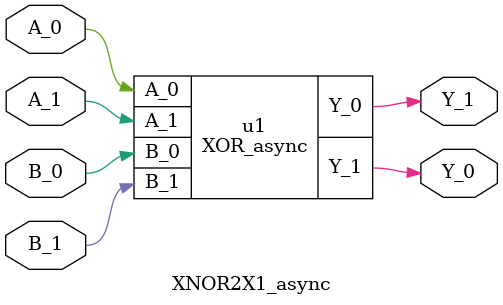
<source format=v>

module AND_async (A_0, A_1, B_0, B_1, Y_0, Y_1);
    input  A_0, A_1, B_0, B_1;
    output Y_0, Y_1;
    wire y0, y1, c_a, c_b, C;

    or  u1 (y0, A_0, B_0);
    and u2 (y1, A_1, B_1);
    or  u3 (c_a, A_0, A_1);
    or  u4 (c_b, B_0, B_1);
    and u5 (C, c_a, c_b);
    and u6 (Y_1, y1, C);
    and u7 (Y_0, y0, C);
endmodule

module NAND_async (A_0, A_1, B_0, B_1, Y_0, Y_1);
    input  A_0, A_1, B_0, B_1;
    output Y_0, Y_1;
    wire y0, y1, c_a, c_b, C;

    or  u1 (y0, A_0, B_0);
    and u2 (y1, A_1, B_1);
    or  u3 (c_a, A_0, A_1);
    or  u4 (c_b, B_0, B_1);
    and u5 (C, c_a, c_b);
    and u6 (Y_1, y0, C);
    and u7 (Y_0, y1, C);
endmodule

module ANDB_async (AN_0, AN_1, B_0, B_1, Y_0, Y_1);
    input  AN_0, AN_1, B_0, B_1;
    output Y_0, Y_1;
    wire y0, y1, c_a, c_b, C;

    or  u1 (y0, AN_1, B_0);
    and u2 (y1, AN_0, B_1);
    or  u3 (c_a, AN_0, AN_1);
    or  u4 (c_b, B_0, B_1);
    and u5 (C, c_a, c_b);
    and u6 (Y_1, y1, C);
    and u7 (Y_0, y0, C);
endmodule

module NANDB_async (AN_0, AN_1, B_0, B_1, Y_0, Y_1);
    input  AN_0, AN_1, B_0, B_1;
    output Y_0, Y_1;
    wire y0, y1, c_a, c_b, C;

    or  u1 (y0, AN_1, B_0);
    and u2 (y1, AN_0, B_1);
    or  u3 (c_a, AN_0, AN_1);
    or  u4 (c_b, B_0, B_1);
    and u5 (C, c_a, c_b);
    and u6 (Y_1, y0, C);
    and u7 (Y_0, y1, C);
endmodule

module ANDBB_async (AN_0, AN_1, BN_0, BN_1, Y_0, Y_1);
    input  AN_0, AN_1, BN_0, BN_1;
    output Y_0, Y_1;
    wire y0, y1, c_a, c_b, C;

    or  u1 (y0, AN_1, BN_1);
    and u2 (y1, AN_0, BN_0);
    or  u3 (c_a, AN_0, AN_1);
    or  u4 (c_b, BN_0, BN_1);
    and u5 (C, c_a, c_b);
    and u6 (Y_1, y1, C);
    and u7 (Y_0, y0, C);
endmodule


module OR_async ( A_0, A_1, B_0, B_1, Y_0, Y_1);
    input   A_0;
    input   A_1;
    input   B_0;
    input   B_1;
    output  Y_0;
    output  Y_1;
    wire    onset;
    wire    offset; 
    wire    c_0;
    wire    c_1;
    wire    complete;


    //onset 
    or  or1 ( onset, A_1, B_1);    
    //offset
    and and1( offset, A_0, B_0 );
    //complete detection
    or  or2 ( c_0, A_0, A_1 );
    or  or3 ( c_1, B_0, B_1 );
    and and2( complete, c_0, c_1);
    //output
    and and3( Y_0, complete, offset );
    and and4( Y_1, complete, onset  );

    //  A  B  Y  
    //  0  0  0
    //  X  1  1
    //  1  x  1
endmodule

module ORB_async ( AN_0, AN_1, B_0, B_1, Y_0, Y_1);
    input   AN_0;
    input   AN_1;
    input   B_0;
    input   B_1;
    output  Y_0;
    output  Y_1;
    wire    onset;
    wire    offset; 
    wire    c_0;
    wire    c_1;
    wire    complete;


    //onset 
    or  or1 ( onset, AN_0, B_1);    
    //offset
    and and1( offset, AN_1, B_0 );
    //complete detection
    or  or2 ( c_0, AN_0, AN_1 );
    or  or3 ( c_1, B_0, B_1 );
    and and2( complete, c_0, c_1);
    //output
    and and3( Y_0, complete, offset );
    and and4( Y_1, complete, onset  );

    //  A  B  Y  
    //  0  0  0
    //  X  1  1
    //  1  x  1
endmodule

module ORBB_async ( AN_0, AN_1, BN_0, BN_1, Y_0, Y_1);
    input   AN_0;
    input   AN_1;
    input   BN_0;
    input   BN_1;
    output  Y_0;
    output  Y_1;
    wire    onset;
    wire    offset; 
    wire    c_0;
    wire    c_1;
    wire    complete;


    //onset 
    or  or1 ( onset, AN_0, BN_0);    
    //offset
    and and1( offset, AN_1, BN_1 );
    //complete detection
    or  or2 ( c_0, AN_0, AN_1 );
    or  or3 ( c_1, BN_0, BN_1 );
    and and2( complete, c_0, c_1);
    //output
    and and3( Y_0, complete, offset );
    and and4( Y_1, complete, onset  );

    //  A  B  Y  
    //  0  0  0
    //  X  1  1
    //  1  x  1
endmodule

module NOR_async ( A_0, A_1, B_0, B_1, Y_0, Y_1);
    input   A_0;
    input   A_1;
    input   B_0;
    input   B_1;
    output  Y_0;
    output  Y_1;
    wire    onset;
    wire    offset; 
    wire    c_0;
    wire    c_1;
    wire    complete;


    //onset 
    and and1( onset, A_0, B_0 );
    //offset
    or  or1 ( offset, A_1, B_1);   
    //complete detection
    or  or2 ( c_0, A_0, A_1 );
    or  or3 ( c_1, B_0, B_1 );
    and and2( complete, c_0, c_1);
    //output
    and and3( Y_0, complete, offset );
    and and4( Y_1, complete, onset  );

    //  A  B  Y  
    //  0  0  0
    //  X  1  1
    //  1  x  1
endmodule

module NORB_async ( AN_0, AN_1, B_0, B_1, Y_0, Y_1);
    input   AN_0;
    input   AN_1;
    input   B_0;
    input   B_1;
    output  Y_0;
    output  Y_1;
    wire    onset;
    wire    offset; 
    wire    c_0;
    wire    c_1;
    wire    complete;


    //onset 
    and and1( onset, AN_1, B_0 );
    //offset
    or  or1 ( offset, AN_0, B_1);   
    //complete detection
    or  or2 ( c_0, AN_0, AN_1 );
    or  or3 ( c_1, B_0, B_1 );
    and and2( complete, c_0, c_1);
    //output
    and and3( Y_0, complete, offset );
    and and4( Y_1, complete, onset  );

    //  A  B  Y  
    //  1  0  0
    //  X  1  1
    //  0  x  1
endmodule




module INV_async (A_0, A_1, Y_0, Y_1);
    input  A_0, A_1;
    output Y_0, Y_1;

    assign Y_0 = A_1;
    assign Y_1 = A_0;

    /*
    //onset 
    assign onset = A_0;
    //offset
    assign offset = A_1;
    //complete detection
    or complete1 ( complete, A_0, A_1);

    //output
    and and3( Y_0, complete, offset );
    and and4( Y_1, complete, onset  );
    */
    //  A  Y  
    //  0  1
    //  1  0

endmodule

module BUF_async (A_0, A_1, Y_0, Y_1);
    input  A_0, A_1;
    output Y_0, Y_1;

    wire    onset;
    wire    offset; 
    wire    c_0;
    wire    c_1;
    wire    complete;
    assign Y_0 = A_0;
    assign Y_1 = A_1;

/*
    //onset 
    assign onset = A_1;
    //offset
    assign offset = A_0;
    //complete detection
    or complete1 ( complete, A_0, A_1);

    //output
    and and3( Y_0, complete, offset );
    and and4( Y_1, complete, onset  );
*/
    //  A  Y  
    //  0  1
    //  1  0

endmodule

module XOR_async ( A_0, A_1, B_0, B_1, Y_0, Y_1);
    input   A_0;
    input   A_1;
    input   B_0;
    input   B_1;
    output  Y_0;
    output  Y_1;
/*
    assign Y_0 = ( A_0 == A_1 || B_0 == B_1 )? 1'b0 : ~(A_1 ^ B_1); 
    assign Y_1 = ( A_0 == A_1 || B_0 == B_1 )? 1'b0 : A_1 ^ B_1;
*/
    
	AND_async u1( A_0, A_1, B_1, B_0, S_0, S_1); 
    AND_async u2( A_1, A_0, B_0, B_1, T_0, T_1);
    OR_async  u3( S_0, S_1, T_0, T_1, Y_0, Y_1);
    
	
endmodule


module TBUF_async (A_0, A_1, S_0, S_1, Y_0, Y_1);
    input   A_0;
    input   A_1;
    input   S_0;
    input   S_1;
    output  Y_0;
    output  Y_1;

    reg     T_0, T_1;
    always@(*) begin
        if( S_0 != S_1 && S_1 ) begin
            T_0 = A_0;
            T_1 = A_1;
        end 
        else begin
            T_0 = 1'b0;
            T_1 = 1'b0;
        end

    end

    assign Y_0 = T_0;
    assign Y_1 = T_1;

endmodule 


////////////////////////////////////////////////////////////////////////////////

module ADDHXL_async (A_0, A_1, B_0, B_1, CO_0, CO_1, S_0, S_1);
    input  A_0, A_1, B_0, B_1;
    output CO_0, CO_1, S_0, S_1;

    AND_async u1( A_0, A_1, B_0, B_1, CO_0, CO_1 );
    XOR_async u2( A_0, A_1, B_0, B_1, S_0, S_1);


endmodule


module AND2X1_async (A_0, A_1, B_0, B_1, Y_0, Y_1);
    input A_0, A_1, B_0, B_1;
    output Y_0, Y_1;
    
    AND_async u1( A_0, A_1, B_0, B_1, Y_0, Y_1 );

endmodule

module AND2X2_async (A_0, A_1, B_0, B_1, Y_0, Y_1);
    input A_0, A_1, B_0, B_1;
    output Y_0, Y_1;
    
    AND_async u1( A_0, A_1, B_0, B_1, Y_0, Y_1 );

endmodule

module AND3X2_async (A_0, A_1, B_0, B_1, C_0, C_1, Y_0, Y_1);
    input A_0, A_1, B_0, B_1, C_0, C_1;
    output Y_0, Y_1;
    
    AND_async u1( A_0, A_1, B_0, B_1, S_0, S_1 );
    AND_async u2( S_0, S_1, C_0, C_1, Y_0, Y_1 );

endmodule

module AND3X1_async (A_0, A_1, B_0, B_1, C_0, C_1, Y_0, Y_1);
    input A_0, A_1, B_0, B_1, C_0, C_1;
    output Y_0, Y_1;
    
    AND_async u1( A_0, A_1, B_0, B_1, S_0, S_1 );
    AND_async u2( S_0, S_1, C_0, C_1, Y_0, Y_1 );

endmodule

module AND4X1_async (A_0, A_1, B_0, B_1, C_0, C_1, D_0, D_1, Y_0, Y_1);
    input A_0, A_1, B_0, B_1, C_0, C_1, D_0, D_1;
    output Y_0, Y_1;

    AND_async u1( A_0, A_1, B_0, B_1, S_0, S_1 );
    AND_async u2( C_0, C_1, D_0, D_1, T_0, T_1 );
    AND_async u3( S_0, S_1, T_0, T_1, Y_0, Y_1 );

endmodule

module AO21X1_async (A0_0, A0_1, A1_0, A1_1, B0_0, B0_1, Y_0, Y_1);
    input A0_0, A0_1, A1_0, A1_1, B0_0, B0_1;
    output Y_0, Y_1;

    AND_async u1( A0_0, A0_1, A1_0, A1_1, S_0, S_1 );
    OR_async  u2( S_0,  S_1,  B0_0, B0_1, Y_0, Y_1 );

endmodule

module AOI211X1_async (A0_0, A0_1, A1_0, A1_1, B0_0, B0_1, C0_0, C0_1, Y_0, Y_1);
    input A0_0, A0_1, A1_0, A1_1, B0_0, B0_1, C0_0, C0_1;
    output Y_0, Y_1;

    AND_async u1( A0_0, A0_1, A1_0, A1_1, S_0, S_1 );
    OR_async  u2( B0_0, B0_1, C0_0, C0_1, T_0, T_1 );
    OR_async  u3( S_0,  S_1,  T_0,  T_1,  Y_1, Y_0 );

endmodule

module AOI21X1_async (A0_0, A0_1, A1_0, A1_1, B0_0, B0_1, Y_0, Y_1);
    input A0_0, A0_1, A1_0, A1_1, B0_0, B0_1;
    output Y_0, Y_1;

    AND_async u1( A0_0, A0_1, A1_0, A1_1, S_0, S_1 );
    OR_async u2( S_0,  S_1,  B0_0, B0_1, Y_1, Y_0 );

endmodule

module AOI22X1_async (A0_0, A0_1, A1_0, A1_1, B0_0, B0_1, B1_0, B1_1, Y_0, Y_1);
    input A0_0, A0_1, A1_0, A1_1, B0_0, B0_1, B1_0, B1_1;
    output Y_0, Y_1;

    AND_async u1( A0_0, A0_1, A1_0, A1_1, S_0, S_1 );
    AND_async u2( B0_0, B0_1, B1_0, B1_1, T_0, T_1 );
    OR_async u3( S_0,  S_1,  T_0, T_1, Y_1, Y_0 );

endmodule

module AOI21XL_async (A0_0, A0_1, A1_0, A1_1, B0_0, B0_1, Y_0, Y_1);
    input A0_0, A0_1, A1_0, A1_1, B0_0, B0_1;
    output Y_0, Y_1;

    AND_async u1( A0_0, A0_1, A1_0, A1_1, S_0, S_1 );
    OR_async u2( S_0,  S_1,  B0_0, B0_1, Y_1, Y_0 );

endmodule

module AOI221XL_async (A0_0, A0_1, A1_0, A1_1, B0_0, B0_1, B1_0, B1_1, C0_0, C0_1, Y_0, Y_1);
    input A0_0, A0_1, A1_0, A1_1, B0_0, B0_1, B1_0, B1_1, C0_0, C0_1;
    output Y_0, Y_1;

    AND_async u1( A0_0, A0_1, A1_0, A1_1, S_0, S_1 );
    AND_async u2( B0_0, B0_1, B1_0, B1_1, T_0, T_1 );
    OR_async  u3( S_0,  S_1,  T_0,  T_1,  U_0, U_1 );
    OR_async u4( U_0,  U_1,  C0_0, C0_1, Y_1, Y_0 );

endmodule

module AOI222XL_async (A0_0, A0_1, A1_0, A1_1, B0_0, B0_1, B1_0, B1_1, C0_0, C0_1, C1_0, C1_1, Y_0, Y_1);
    input A0_0, A0_1, A1_0, A1_1, B0_0, B0_1, B1_0, B1_1, C0_0, C0_1, C1_0, C1_1;
    output Y_0, Y_1;

    AND_async u1( A0_0, A0_1, A1_0, A1_1, S_0, S_1 );
    AND_async u2( B0_0, B0_1, B1_0, B1_1, T_0, T_1 );
    AND_async u3( C0_0, C0_1, C1_0, C1_1, U_0, U_1 );
    OR_async  u4( S_0,  S_1,  T_0,  T_1,  W_0, W_1 );
    OR_async u5( U_0,  U_1,  W_0,  W_1,  Y_1, Y_0 );

endmodule

module AO22X1_async (A0_0, A0_1, A1_0, A1_1, B0_0, B0_1, B1_0, B1_1, Y_0, Y_1);
    input A0_0, A0_1, A1_0, A1_1, B0_0, B0_1, B1_0, B1_1;
    output Y_0, Y_1;

    AND_async u1( A0_0, A0_1, A1_0, A1_1, S_0, S_1 );
    AND_async u2( B0_0, B0_1, B1_0, B1_1, T_0, T_1 );
    OR_async  u3( S_0,  S_1,  T_0,  T_1,  Y_0, Y_1 );

endmodule

module AOI22XL_async (A0_0, A0_1, A1_0, A1_1, B0_0, B0_1, B1_0, B1_1, Y_0, Y_1);
    input A0_0, A0_1, A1_0, A1_1, B0_0, B0_1, B1_0, B1_1;
    output Y_0, Y_1;

    AND_async u1( A0_0, A0_1, A1_0, A1_1, S_0, S_1 );
    AND_async u2( B0_0, B0_1, B1_0, B1_1, T_0, T_1 );
    OR_async u3( S_0,  S_1,  T_0,  T_1,  Y_1, Y_0 );

endmodule

module AOI2B1X1_async (A0_0, A0_1, A1N_0, A1N_1, B0_0, B0_1, Y_0, Y_1);
    input   A0_0;
    input   A0_1;
    input   A1N_0;
    input   A1N_1;
    input   B0_0;
    input   B0_1;
    output  Y_0;
    output  Y_1;
    
    ANDB_async u1( A1N_0, A1N_1, A0_0, A0_1, S_0, S_1 );
    OR_async  u2( S_0,   S_1,   B0_0, B0_1, Y_1, Y_0 );
    // AOI2B1X1_async
    //  A0  A1N B0  Y  
    //  0   X   0   1
    //  X   1   0   1
    //  X   X   1   0
    //  1   0   X   0
endmodule

module AOI2BB1X1_async (A0N_0, A0N_1, A1N_0, A1N_1, B0_0, B0_1, Y_0, Y_1);
    input   A0N_0;
    input   A0N_1;
    input   A1N_0;
    input   A1N_1;
    input   B0_0;
    input   B0_1;
    output  Y_0;
    output  Y_1;

    ANDBB_async u1( A0N_0, A0N_1, A1N_0, A1N_1, S_0, S_1 );
    OR_async   u2( S_0,   S_1,   B0_0,  B0_1,  Y_1, Y_0 );

endmodule

module AOI2BB2X1_async (A0N_0, A0N_1, A1N_0, A1N_1, B0_0, B0_1, B1_0, B1_1, Y_0, Y_1);
    input   A0N_0;
    input   A0N_1;
    input   A1N_0;
    input   A1N_1;
    input   B0_0;
    input   B0_1;
    input   B1_0;
    input   B1_1;
    output  Y_0;
    output  Y_1;

    ANDBB_async u1( A0N_0, A0N_1, A1N_0, A1N_1, S_0, S_1 );
    AND_async   u2( B0_0,  B0_1,  B1_0,  B1_1,  T_0, T_1 );
    OR_async   u3( S_0,   S_1,   T_0,   T_1,   Y_1, Y_0 );

endmodule

module AOI31X1_async (A0_0, A0_1, A1_0, A1_1, A2_0, A2_1, B0_0, B0_1, Y_0, Y_1);
    input   A0_0;
    input   A0_1;
    input   A1_0;
    input   A1_1;
    input   A2_0;
    input   A2_1;
    input   B0_0;
    input   B0_1;
    output  Y_0;
    output  Y_1;

    AND_async u1 ( A0_0, A0_1, A1_0, A1_1, S_0, S_1 );
    AND_async u2 ( A2_0, A2_1, S_0,  S_1,  T_0, T_1 );
    OR_async u3 ( B0_0, B0_1, T_0,  T_1,  Y_1, Y_0 );

endmodule

module AOI32XL_async (A0_0, A0_1, A1_0, A1_1, A2_0, A2_1, B0_0, B0_1, B1_0, B1_1, Y_0, Y_1);
    input   A0_0;
    input   A0_1;
    input   A1_0;
    input   A1_1;
    input   A2_0;
    input   A2_1;
    input   B0_0;
    input   B0_1;
    input   B1_0;
    input   B1_1;
    output  Y_0;
    output  Y_1;

    AND_async u1 ( A0_0, A0_1, A1_0, A1_1, S_0, S_1 );
    AND_async u2 ( A2_0, A2_1, S_0,  S_1,  T_0, T_1 );
    AND_async u3 ( B0_0, B0_1, B1_0, B1_1, U_0, U_1 );
    OR_async u4 ( T_0,  T_1,  U_0,  U_1,  Y_1, Y_0 );

endmodule

module BUFX2_async ( A_0, A_1, Y_0, Y_1);
    input   A_0;
    input   A_1;
    output  Y_0;
    output  Y_1;

    assign Y_0 = A_0;
    assign Y_1 = A_1;

    // CLKBUFX2_async m( .AN_0(A_0), .AN_1(A_1), .B_0(B_0), .B_1(B_1), .Y_0(Y_0), .Y_1(Y_1) );
    //  A   Y  
    //  0   0
    //  1   1
endmodule

module CLKBUFX3_async ( A_0, A_1, Y_0, Y_1);
    input   A_0;
    input   A_1;
    output  Y_0;
    output  Y_1;

    assign Y_0 = A_0;
    assign Y_1 = A_1;

    // CLKBUFX2_async m( .AN_0(A_0), .AN_1(A_1), .B_0(B_0), .B_1(B_1), .Y_0(Y_0), .Y_1(Y_1) );
    //  A   Y  
    //  0   0
    //  1   1
endmodule


module CLKBUFX2_async ( A_0, A_1, Y_0, Y_1);
    input   A_0;
    input   A_1;
    output  Y_0;
    output  Y_1;

    BUF_async u1 ( A_0, A_1, Y_0, Y_1 );

    // CLKBUFX2_async m( .AN_0(A_0), .AN_1(A_1), .B_0(B_0), .B_1(B_1), .Y_0(Y_0), .Y_1(Y_1) );
    //  A   Y  
    //  0   0
    //  1   1
endmodule

module CLKINVX1_async ( A_0, A_1, Y_0, Y_1);
    input   A_0;
    input   A_1;
    output  Y_0;
    output  Y_1;

    INV_async u1( A_0, A_1, Y_0, Y_1 );

endmodule

module INVX1_async (A_0, A_1, Y_0, Y_1);
    input   A_0;
    input   A_1;
    output  Y_0;
    output  Y_1;

    INV_async u1( A_0, A_1, Y_0, Y_1 );

endmodule

module INVXL_async (A_0, A_1, Y_0, Y_1);
    input   A_0;
    input   A_1;
    output  Y_0;
    output  Y_1;

    INV_async u1( A_0, A_1, Y_0, Y_1 );

endmodule

module CLKNAND2X2_async ( A_0, A_1, B_0, B_1, Y_0, Y_1);
    input   A_0;
    input   A_1;
    input   B_0;
    input   B_1;
    output  Y_0;
    output  Y_1;
    
    AND_async u1( A_0, A_1, B_0, B_1, Y_1, Y_0 );

endmodule

module CLKXOR2X2_async (A_0, A_1, B_0, B_1, Y_0, Y_1);
    input   A_0;
    input   A_1;
    input   B_0;
    input   B_1;
    output  Y_0;
    output  Y_1;
    
    XOR_async u1( A_0, A_1, B_0, B_1, Y_0, Y_1);
/*
    OR_async   u1( A_0, A_1, B_0, B_1, S_0, S_1);
    AND_async u2( A_0, A_1, B_0, B_1, T_1, T_0);
    AND_async  u3( S_0, S_1, T_0, T_1, Y_0, Y_1);
    */

endmodule

module CLKMX2X2_async ( A_0, A_1, B_0, B_1, S0_0, S0_1, Y_0, Y_1);
    input   A_0;
    input   A_1;
    input   B_0;
    input   B_1;
    input   S0_0;
    input   S0_1;
    output  Y_0;
    output  Y_1;

    ANDB_async u1( S0_0, S0_1, A_0, A_1, T_0, T_1 );
    AND_async  u2( S0_0, S0_1, B_0, B_1, U_0, U_1 );
    OR_async   u3( T_0,  T_1,  U_0, U_1, Y_0, Y_1 );

    // MX2X1_async 
    //  S0 A  B   Y  
    //  0  0  X   0
    //  1  X  0   0
    //  0  1  X   1
    //  1  X  1   1
endmodule



module NAND2X1_async ( A_0, A_1, B_0, B_1, Y_0, Y_1 );
    input   A_0;
    input   A_1;
    input   B_0;
    input   B_1;
    output  Y_0;
    output  Y_1;
    
    AND_async u1( A_0, A_1, B_0, B_1, Y_1, Y_0 );

endmodule

module NAND2XL_async ( A_0, A_1, B_0, B_1, Y_0, Y_1 );
    input   A_0;
    input   A_1;
    input   B_0;
    input   B_1;
    output  Y_0;
    output  Y_1;
    
    AND_async u1( A_0, A_1, B_0, B_1, Y_1, Y_0 );
    
endmodule

module NAND3BX1_async ( AN_0, AN_1, B_0, B_1, C_0, C_1, Y_0, Y_1);
    input   AN_0, AN_1;
    input   B_0, B_1, C_0, C_1;
    output  Y_0;
    output  Y_1;

    AND_async u1( AN_1, AN_0, B_0, B_1, S_0, S_1 );
    AND_async u2(  S_0,  S_1, C_0, C_1, Y_1, Y_0 );
endmodule

module NAND3X1_async ( A_0, A_1, B_0, B_1, C_0, C_1, Y_0, Y_1);
    input   A_0, A_1;
    input   B_0, B_1, C_0, C_1;
    output  Y_0;
    output  Y_1;

    AND_async u1(  A_0,  A_1, B_0, B_1, S_0, S_1 );
    AND_async u2(  S_0,  S_1, C_0, C_1, Y_1, Y_0 );
endmodule

module NAND4X1_async (A_0, A_1, B_0, B_1, C_0, C_1, D_0, D_1, Y_0, Y_1);
    input   A_0;
    input   A_1;
    input   B_0;
    input   B_1;
    input   C_0;
    input   C_1;
    input   D_0;
    input   D_1;
    output  Y_0;
    output  Y_1;

    AND_async  u1( A_0, A_1, B_0, B_1, S_0, S_1 );
    AND_async  u2( C_0, C_1, D_0, D_1, T_0, T_1 );
    AND_async u3( S_0, S_1, T_0, T_1, Y_1, Y_0 );

endmodule

module NAND4BBXL_async ( AN_0, AN_1, BN_0, BN_1, C_0, C_1, D_0, D_1, Y_0, Y_1);
    input   AN_0;
    input   AN_1;
    input   BN_0;
    input   BN_1;
    input   C_0;
    input   C_1;
    input   D_0;
    input   D_1;
    output  Y_0;
    output  Y_1;

    AND_async  u1( AN_1, AN_0, BN_1, BN_0, S_0, S_1 );
    AND_async  u2( C_0, C_1, D_0, D_1, T_0, T_1 );
    AND_async  u3( S_0, S_1, T_0, T_1, Y_1, Y_0 );

endmodule


module MX2X1_async ( A_0, A_1, B_0, B_1, S0_0, S0_1, Y_0, Y_1);
    input   A_0;
    input   A_1;
    input   B_0;
    input   B_1;
    input   S0_0;
    input   S0_1;
    output  Y_0;
    output  Y_1;

    ANDB_async u1( S0_0, S0_1, A_0, A_1, T_0, T_1 );
    AND_async  u2( S0_0, S0_1, B_0, B_1, U_0, U_1 );
    OR_async   u3( T_0,  T_1,  U_0, U_1, Y_0, Y_1 );

    // MX2X1_async 
    //  S0 A  B   Y  
    //  0  0  X   0
    //  1  X  0   0
    //  0  1  X   1
    //  1  X  1   1
endmodule

module MX2XL_async (A_0, A_1, B_0, B_1, S0_0, S0_1, Y_0, Y_1);
    input   A_0;
    input   A_1;
    input   B_0;
    input   B_1;
    input   S0_0;
    input   S0_1;
    output  Y_0;
    output  Y_1;

    ANDB_async u1( S0_0, S0_1, A_0, A_1, T_0, T_1 );
    AND_async  u2( S0_0, S0_1, B_0, B_1, U_0, U_1 );
    OR_async   u3( T_0,  T_1,  U_0, U_1, Y_0, Y_1 );

endmodule

module MX4XL_async (A_0, A_1, B_0, B_1, C_0, C_1, D_0, D_1, S0_0, S0_1, S1_0, S1_1, Y_0, Y_1);
    input   A_0;
    input   A_1;
    input   B_0;
    input   B_1;
    input   C_0;
    input   C_1;
    input   D_0;
    input   D_1;
    input   S0_0;
    input   S0_1;
    input   S1_0;
    input   S1_1;
    output  Y_0;
    output  Y_1;

    ANDB_async u1( S0_0, S0_1, A_0,  A_1,  T0_0, T0_1 );
    AND_async  u2( S0_0, S0_1, B_0,  B_1,  U0_0, U0_1 );
    OR_async   u3( T0_0, T0_1, U0_0, U0_1, V0_0, V0_1 );

    ANDB_async u4( S0_0, S0_1, C_0,  C_1,  T1_0, T1_1 );
    AND_async  u5( S0_0, S0_1, D_0,  D_1,  U1_0, U1_1 );
    OR_async   u6( T1_0, T1_1, U1_0, U1_1, V1_0, V1_1 );

    ANDB_async u7( S1_0, S1_1, V0_0, V0_1, X0_0, X0_1 );
    AND_async  u8( S1_0, S1_1, V1_0, V1_1, X1_0, X1_1 );
    OR_async   u9( X0_0, X0_1, X1_0, X1_1, Y_0,  Y_1  );
    // MX4XL_async 
    //  S1 S0 A  B  C  D  Y  
    //  0  0  0  X  X  X  0
    //  0  0  1  X  X  X  1
    //  0  1  X  0  X  X  0
    //  0  1  X  1  X  X  1
    //  1  0  X  X  0  X  0
    //  1  0  X  X  1  X  1
    //  1  1  X  X  X  0  0
    //  1  1  X  X  X  1  1
endmodule

module MXI2X1_async ( A_0, A_1, B_0, B_1, S0_0, S0_1, Y_0, Y_1);
    input   A_0;
    input   A_1;
    input   B_0;
    input   B_1;
    input   S0_0;
    input   S0_1;
    output  Y_0;
    output  Y_1;
    
    ANDB_async u1( S0_0, S0_1, A_0, A_1, T_0, T_1 );
    AND_async  u2( S0_0, S0_1, B_0, B_1, U_0, U_1 );
    OR_async  u3( T_0,  T_1,  U_0, U_1, Y_1, Y_0 );

    // MXI2X1_async 
    //  S0 A  B   Y  
    //  0  0  X   1
    //  1  X  0   1
    //  0  1  X   0
    //  1  X  1   0
endmodule

module MXI2XL_async ( A_0, A_1, B_0, B_1, S0_0, S0_1, Y_0, Y_1);
    input   A_0;
    input   A_1;
    input   B_0;
    input   B_1;
    input   S0_0;
    input   S0_1;
    output  Y_0;
    output  Y_1;
    
    ANDB_async u1( S0_0, S0_1, A_0, A_1, T_0, T_1 );
    AND_async  u2( S0_0, S0_1, B_0, B_1, U_0, U_1 );
    OR_async  u3( T_0,  T_1,  U_0, U_1, Y_1, Y_0 );

endmodule

module NAND2BX1_async ( AN_0, AN_1, B_0, B_1, Y_0, Y_1);
    input   AN_0;
    input   AN_1;
    input   B_0;
    input   B_1;
    output  Y_0;
    output  Y_1;

    ANDB_async u1(AN_0, AN_1, B_0, B_1, Y_1, Y_0);

endmodule

module NAND4BX1_async ( AN_0, AN_1, B_0, B_1, C_0, C_1, D_0, D_1, Y_0, Y_1 );
    input   AN_0;
    input   AN_1;
    input   B_0;
    input   B_1;
    input   C_0;
    input   C_1;
    input   D_0;
    input   D_1;
    output  Y_0;
    output  Y_1;

    ANDB_async u1(AN_0, AN_1, B_0, B_1, S0_0, S0_1);
    AND_async  u2( C_0,  C_1, D_0, D_1, S1_0, S1_1);
    AND_async  u3( S0_0,  S0_1, S1_0, S1_1, Y_1, Y_0);
endmodule


module NOR2BX1_async ( AN_0, AN_1, B_0, B_1, Y_0, Y_1);
    input   AN_0;
    input   AN_1;
    input   B_0;
    input   B_1;
    output  Y_0;
    output  Y_1;

    ORB_async u1( AN_0, AN_1, B_0, B_1, Y_1, Y_0);

endmodule

module NOR2X1_async (A_0, A_1, B_0, B_1, Y_0, Y_1);
    input   A_0;
    input   A_1;
    input   B_0;
    input   B_1;
    output  Y_0;
    output  Y_1;

    OR_async u1( A_0, A_1, B_0, B_1, Y_1, Y_0);

endmodule

module NOR2XL_async (A_0, A_1, B_0, B_1, Y_0, Y_1);
    input   A_0;
    input   A_1;
    input   B_0;
    input   B_1;
    output  Y_0;
    output  Y_1;

    OR_async u1( A_0, A_1, B_0, B_1, Y_1, Y_0);

endmodule

module NOR3X1_async (A_0, A_1, B_0, B_1, C_0, C_1, Y_0, Y_1);
    input   A_0;
    input   A_1;
    input   B_0;
    input   B_1;
    input   C_0;
    input   C_1;
    output  Y_0;
    output  Y_1;

    OR_async  u1( A_0, A_1, B_0, B_1, S_0, S_1);
    OR_async u2( S_0, S_1, C_0, C_1, Y_1, Y_0);

endmodule

module NOR3BXL_async (AN_0, AN_1, B_0, B_1, C_0, C_1, Y_0, Y_1);
    input   AN_0;
    input   AN_1;
    input   B_0;
    input   B_1;
    input   C_0;
    input   C_1;
    output  Y_0;
    output  Y_1;

    OR_async  u1( AN_1, AN_0, B_0, B_1, S_0, S_1);
    OR_async  u2( S_0,  S_1,  C_0, C_1, Y_1, Y_0);

endmodule

module NOR4X1_async (A_0, A_1, B_0, B_1, C_0, C_1, D_0, D_1, Y_0, Y_1);
    input   A_0;
    input   A_1;
    input   B_0;
    input   B_1;
    input   C_0;
    input   C_1;
    input   D_0;
    input   D_1;
    output  Y_0;
    output  Y_1;
    
    OR_async  u1( A_0, A_1, B_0, B_1, S_0, S_1 );
    OR_async  u2( C_0, C_1, D_0, D_1, T_0, T_1 );
    OR_async u3( S_0, S_1, T_0, T_1, Y_1, Y_0);

endmodule

module NOR4BBX1_async (AN_0, AN_1, BN_0, BN_1, C_0, C_1, D_0, D_1, Y_0, Y_1);
    input   AN_0;
    input   AN_1;
    input   BN_0;
    input   BN_1;
    input   C_0;
    input   C_1;
    input   D_0;
    input   D_1;
    output  Y_0;
    output  Y_1;
    
    OR_async  u1( AN_1, AN_0, BN_1, BN_0, S_0, S_1 );
    OR_async  u2( C_0, C_1, D_0, D_1, T_0, T_1 );
    OR_async u3( S_0, S_1, T_0, T_1, Y_1, Y_0);

endmodule

module OA21XL_async (A0_0, A0_1, A1_0, A1_1, B0_0, B0_1, Y_0, Y_1);
    input   A0_0;
    input   A0_1;
    input   A1_0;
    input   A1_1;
    input   B0_0;
    input   B0_1;
    output  Y_0;
    output  Y_1;

    OR_async  u1( A0_0, A0_1, A1_0, A1_1, S_0, S_1);
    AND_async u3( S_0, S_1, B0_0, B0_1, Y_0, Y_1);


endmodule



module OA22X1_async (A0_0, A0_1, A1_0, A1_1, B0_0, B0_1, B1_0, B1_1, Y_0, Y_1);
    input   A0_0;
    input   A0_1;
    input   A1_0;
    input   A1_1;
    input   B0_0;
    input   B0_1;
    input   B1_0;
    input   B1_1;
    output  Y_0;
    output  Y_1;

    OR_async  u1( A0_0, A0_1, A1_0, A1_1, S_0, S_1);
    OR_async  u2( B0_0, B0_1, B1_0, B1_1, T_0, T_1);
    AND_async u3( S_0, S_1, T_0, T_1, Y_0, Y_1);


endmodule

module OAI211XL_async (A0_0, A0_1, A1_0, A1_1, B0_0, B0_1, C0_0, C0_1, Y_0, Y_1);
    input   A0_0;
    input   A0_1;
    input   A1_0;
    input   A1_1;
    input   B0_0;
    input   B0_1;
    input   C0_0;
    input   C0_1;
    output  Y_0;
    output  Y_1;
    wire    onset;
    wire    offset; 
    wire    c_0, c_1, c_2, c_3;
    wire    on0, off0, off1;
    wire    complete;

    OR_async   u1( A0_0, A0_1, A1_0, A1_1, S_0, S_1);
    AND_async  u2( B0_0, B0_1, C0_0, C0_1, T_0, T_1);
    AND_async u3( S_0, S_1, T_0, T_1, Y_1, Y_0);

endmodule

module OAI211X1_async (A0_0, A0_1, A1_0, A1_1, B0_0, B0_1, C0_0, C0_1, Y_0, Y_1);
    input   A0_0;
    input   A0_1;
    input   A1_0;
    input   A1_1;
    input   B0_0;
    input   B0_1;
    input   C0_0;
    input   C0_1;
    output  Y_0;
    output  Y_1;
    wire    onset;
    wire    offset; 
    wire    c_0, c_1, c_2, c_3;
    wire    on0, off0, off1;
    wire    complete;

    OR_async   u1( A0_0, A0_1, A1_0, A1_1, S_0, S_1);
    AND_async  u2( B0_0, B0_1, C0_0, C0_1, T_0, T_1);
    AND_async u3( S_0, S_1, T_0, T_1, Y_1, Y_0);

endmodule

module OAI21X1_async (A0_0, A0_1, A1_0, A1_1, B0_0, B0_1, Y_0, Y_1);
    input   A0_0;
    input   A0_1;
    input   A1_0;
    input   A1_1;
    input   B0_0;
    input   B0_1;
    output  Y_0;
    output  Y_1;

    OR_async   u1( A0_0, A0_1, A1_0, A1_1, S_0, S_1);
    AND_async u2( S_0, S_1, B0_0, B0_1, Y_1, Y_0);


endmodule

module OAI21XL_async (A0_0, A0_1, A1_0, A1_1, B0_0, B0_1, Y_0, Y_1);
    input   A0_0;
    input   A0_1;
    input   A1_0;
    input   A1_1;
    input   B0_0;
    input   B0_1;
    output  Y_0;
    output  Y_1;

    OR_async   u1( A0_0, A0_1, A1_0, A1_1, S_0, S_1);
    AND_async u2( S_0, S_1, B0_0, B0_1, Y_1, Y_0);


endmodule

module OAI21BX1_async (A0_0, A0_1, A1_0, A1_1, B0N_0, B0N_1, Y_0, Y_1);
    input   A0_0;
    input   A0_1;
    input   A1_0;
    input   A1_1;
    input   B0N_0;
    input   B0N_1;
    output  Y_0;
    output  Y_1;

    OR_async   u1( A0_0, A0_1, A1_0, A1_1, S_0, S_1);
    ANDB_async u2( B0N_0, B0N_1, S_0, S_1, Y_1, Y_0);
endmodule

module OAI221X1_async (A0_0, A0_1, A1_0, A1_1, B0_0, B0_1, B1_0, B1_1, C0_0, C0_1, Y_0, Y_1);
    input   A0_0;
    input   A0_1;
    input   A1_0;
    input   A1_1;
    input   B0_0;
    input   B0_1;
    input   B1_0;
    input   B1_1;
    input   C0_0;
    input   C0_1;
    output  Y_0;
    output  Y_1;

    OR_async   u1( A0_0, A0_1, A1_0, A1_1, S_0, S_1);
    OR_async   u2( B0_0, B0_1, B1_0, B1_1, T_0, T_1);
    AND_async  u3( S_0, S_1, T_0, T_1, U_0, U_1);
    AND_async u4( U_0, U_1, C0_0, C0_1, Y_1, Y_0);


endmodule

module OAI221XL_async (A0_0, A0_1, A1_0, A1_1, B0_0, B0_1, B1_0, B1_1, C0_0, C0_1, Y_0, Y_1);
    input   A0_0;
    input   A0_1;
    input   A1_0;
    input   A1_1;
    input   B0_0;
    input   B0_1;
    input   B1_0;
    input   B1_1;
    input   C0_0;
    input   C0_1;
    output  Y_0;
    output  Y_1;

    OR_async   u1( A0_0, A0_1, A1_0, A1_1, S_0, S_1);
    OR_async   u2( B0_0, B0_1, B1_0, B1_1, T_0, T_1);
    AND_async  u3( S_0, S_1, T_0, T_1, U_0, U_1);
    AND_async u4( U_0, U_1, C0_0, C0_1, Y_1, Y_0);
endmodule

module OAI222X1_async (A0_0, A0_1, A1_0, A1_1, B0_0, B0_1, B1_0, B1_1, C0_0, C0_1, C1_0, C1_1, Y_0, Y_1);
    input   A0_0;
    input   A0_1;
    input   A1_0;
    input   A1_1;
    input   B0_0;
    input   B0_1;
    input   B1_0;
    input   B1_1;
    input   C0_0;
    input   C0_1;
    input   C1_0;
    input   C1_1;
    output  Y_0;
    output  Y_1;
    wire    onset;
    wire    offset; 
    wire    c_0, c_1, c_2, c_3, c_4;
    wire    on0, on1, on2, off0, off1, off2, off3, off4, off5, off6, off7;
    wire    complete;

    OR_async   u1( A0_0, A0_1, A1_0, A1_1, S_0, S_1);
    OR_async   u2( B0_0, B0_1, B1_0, B1_1, T_0, T_1);
    OR_async   u3( C0_0, C0_1, C1_0, C1_1, U_0, U_1);
    AND_async  u4( S_0, S_1, T_0, T_1, W_0, W_1);
    AND_async u5( U_0, U_1, W_0, W_1, Y_1, Y_0);

endmodule

module OAI222XL_async (A0_0, A0_1, A1_0, A1_1, B0_0, B0_1, B1_0, B1_1, C0_0, C0_1, C1_0, C1_1, Y_0, Y_1);
    input   A0_0;
    input   A0_1;
    input   A1_0;
    input   A1_1;
    input   B0_0;
    input   B0_1;
    input   B1_0;
    input   B1_1;
    input   C0_0;
    input   C0_1;
    input   C1_0;
    input   C1_1;
    output  Y_0;
    output  Y_1;
    wire    onset;
    wire    offset; 
    wire    c_0, c_1, c_2, c_3, c_4;
    wire    on0, on1, on2, off0, off1, off2, off3, off4, off5, off6, off7;
    wire    complete;

    OR_async   u1( A0_0, A0_1, A1_0, A1_1, S_0, S_1);
    OR_async   u2( B0_0, B0_1, B1_0, B1_1, T_0, T_1);
    OR_async   u3( C0_0, C0_1, C1_0, C1_1, U_0, U_1);
    AND_async  u4( S_0, S_1, T_0, T_1, W_0, W_1);
    AND_async u5( U_0, U_1, W_0, W_1, Y_1, Y_0);

endmodule

module OAI22X1_async (A0_0, A0_1, A1_0, A1_1, B0_0, B0_1, B1_0, B1_1, Y_0, Y_1);
    input   A0_0;
    input   A0_1;
    input   A1_0;
    input   A1_1;
    input   B0_0;
    input   B0_1;
    input   B1_0;
    input   B1_1;
    output  Y_0;
    output  Y_1;

    OR_async   u1( A0_0, A0_1, A1_0, A1_1, S_0, S_1 );
    OR_async   u2( B0_0, B0_1, B1_0, B1_1, T_0, T_1 );
    AND_async u3( S_0, S_1, T_0, T_1, Y_1, Y_0 );


endmodule

module OAI22XL_async (A0_0, A0_1, A1_0, A1_1, B0_0, B0_1, B1_0, B1_1, Y_0, Y_1);
    input   A0_0;
    input   A0_1;
    input   A1_0;
    input   A1_1;
    input   B0_0;
    input   B0_1;
    input   B1_0;
    input   B1_1;
    output  Y_0;
    output  Y_1;

    OR_async   u1( A0_0, A0_1, A1_0, A1_1, S_0, S_1 );
    OR_async   u2( B0_0, B0_1, B1_0, B1_1, T_0, T_1 );
    AND_async u3( S_0, S_1, T_0, T_1, Y_1, Y_0 );


endmodule

module OAI2B11X1_async (A0_0, A0_1, A1N_0, A1N_1, B0_0, B0_1, C0_0, C0_1, Y_0, Y_1);
    input   A0_0;
    input   A0_1;
    input   A1N_0;
    input   A1N_1;
    input   B0_0;
    input   B0_1;
    input   C0_0;
    input   C0_1;
    output  Y_0;
    output  Y_1;

    ORB_async  u1( A1N_0, A1N_1, A0_0, A0_1, S_0, S_1);
    AND_async  u2( B0_0,  B0_1,  C0_0, C0_1, T_0, T_1);
    AND_async u3( S_0,  S_1,  T_0, T_1, Y_1, Y_0);


endmodule

module OAI2BB1X1_async (A0N_0, A0N_1, A1N_0, A1N_1, B0_0, B0_1, Y_0, Y_1);
    input   A0N_0;
    input   A0N_1;
    input   A1N_0;
    input   A1N_1;
    input   B0_0;
    input   B0_1;
    output  Y_0;
    output  Y_1;

    ORBB_async u1( A0N_0, A0N_1, A1N_0, A1N_1, S_0, S_1 );
    AND_async u2( S_0, S_1, B0_0, B0_1, Y_1, Y_0 );


endmodule

module OAI2B2X1_async (A0_0, A0_1, A1N_0, A1N_1, B0_0, B0_1, B1_0, B1_1, Y_0, Y_1);
    input   A0_0;
    input   A0_1;
    input   A1N_0;
    input   A1N_1;
    input   B0_0;
    input   B0_1;
    input   B1_0;
    input   B1_1;
    output  Y_0;
    output  Y_1;

    ORB_async  u1( A1N_0, A1N_1, A0_0, A0_1, S_0, S_1);
    OR_async   u2( B0_0,  B0_1,  B1_0,  B1_1,  T_0, T_1);
    AND_async u3( S_0,  S_1,  T_0,  T_1,  Y_1, Y_0);

endmodule

module OAI2B2XL_async (A0_0, A0_1, A1N_0, A1N_1, B0_0, B0_1, B1_0, B1_1, Y_0, Y_1);
    input   A0_0;
    input   A0_1;
    input   A1N_0;
    input   A1N_1;
    input   B0_0;
    input   B0_1;
    input   B1_0;
    input   B1_1;
    output  Y_0;
    output  Y_1;

    ORB_async  u1( A1N_0, A1N_1, A0_0, A0_1, S_0, S_1);
    OR_async   u2( B0_0,  B0_1,  B1_0,  B1_1,  T_0, T_1);
    AND_async u3( S_0,  S_1,  T_0,  T_1,  Y_1, Y_0);

endmodule

module OAI2BB2X1_async (A0N_0, A0N_1, A1N_0, A1N_1, B0_0, B0_1, B1_0, B1_1, Y_0, Y_1);
    input   A0N_0;
    input   A0N_1;
    input   A1N_0;
    input   A1N_1;
    input   B0_0;
    input   B0_1;
    input   B1_0;
    input   B1_1;
    output  Y_0;
    output  Y_1;

    ORBB_async u1( A0N_0, A0N_1, A1N_0, A1N_1, S_0, S_1);
    OR_async   u2( B0_0,  B0_1,  B1_0,  B1_1,  T_0, T_1);
    AND_async u3( S_0,  S_1,  T_0,  T_1,  Y_1, Y_0);


endmodule

module OAI2BB2XL_async (A0N_0, A0N_1, A1N_0, A1N_1, B0_0, B0_1, B1_0, B1_1, Y_0, Y_1);
    input   A0N_0;
    input   A0N_1;
    input   A1N_0;
    input   A1N_1;
    input   B0_0;
    input   B0_1;
    input   B1_0;
    input   B1_1;
    output  Y_0;
    output  Y_1;

    ORBB_async u1( A0N_0, A0N_1, A1N_0, A1N_1, S_0, S_1);
    OR_async   u2( B0_0,  B0_1,  B1_0,  B1_1,  T_0, T_1);
    AND_async u3( S_0,  S_1,  T_0,  T_1,  Y_1, Y_0);


endmodule

module OAI31X1_async (A0_0, A0_1, A1_0, A1_1, A2_0, A2_1, B0_0, B0_1, Y_0, Y_1);
    input   A0_0;
    input   A0_1;
    input   A1_0;
    input   A1_1;
    input   A2_0;
    input   A2_1;
    input   B0_0;
    input   B0_1;
    output  Y_0;
    output  Y_1;

    OR_async   u1( A0_0, A0_1, A1_0, A1_1, S_0, S_1);
    OR_async   u2( A2_0, A2_1, S_0,  S_1,  T_0, T_1);
    AND_async u3( B0_0, B0_1, T_0,  T_1,  Y_1, Y_0);

endmodule

module OAI31XL_async (A0_0, A0_1, A1_0, A1_1, A2_0, A2_1, B0_0, B0_1, Y_0, Y_1);
    input   A0_0;
    input   A0_1;
    input   A1_0;
    input   A1_1;
    input   A2_0;
    input   A2_1;
    input   B0_0;
    input   B0_1;
    output  Y_0;
    output  Y_1;

    OR_async   u1( A0_0, A0_1, A1_0, A1_1, S_0, S_1);
    OR_async   u2( A2_0, A2_1, S_0,  S_1,  T_0, T_1);
    AND_async u3( B0_0, B0_1, T_0,  T_1,  Y_1, Y_0);

endmodule

module OAI32X1_async (A0_0, A0_1, A1_0, A1_1, A2_0, A2_1, B0_0, B0_1, B1_0, B1_1, Y_0, Y_1);
    input   A0_0;
    input   A0_1;
    input   A1_0;
    input   A1_1;
    input   A2_0;
    input   A2_1;
    input   B0_0;
    input   B0_1;
    input   B1_0;
    input   B1_1;
    output  Y_0;
    output  Y_1;

    OR_async   u1( A0_0, A0_1, A1_0, A1_1, S_0, S_1);
    OR_async   u2( A2_0, A2_1, S_0,  S_1,  T_0, T_1);
    OR_async   u3( B0_0, B0_1, B1_0, B1_1, U_0, U_1);
    AND_async u4( U_0, U_1, T_0,  T_1,  Y_1, Y_0);

endmodule

module OAI32XL_async (A0_0, A0_1, A1_0, A1_1, A2_0, A2_1, B0_0, B0_1, B1_0, B1_1, Y_0, Y_1);
    input   A0_0;
    input   A0_1;
    input   A1_0;
    input   A1_1;
    input   A2_0;
    input   A2_1;
    input   B0_0;
    input   B0_1;
    input   B1_0;
    input   B1_1;
    output  Y_0;
    output  Y_1;

    OR_async   u1( A0_0, A0_1, A1_0, A1_1, S_0, S_1);
    OR_async   u2( A2_0, A2_1, S_0,  S_1,  T_0, T_1);
    OR_async   u3( B0_0, B0_1, B1_0, B1_1, U_0, U_1);
    AND_async u4( U_0, U_1, T_0,  T_1,  Y_1, Y_0);

endmodule

module OAI33X1_async (A0_0, A0_1, A1_0, A1_1, A2_0, A2_1, B0_0, B0_1, B1_0, B1_1, B2_0, B2_1, Y_0, Y_1);
    input   A0_0;
    input   A0_1;
    input   A1_0;
    input   A1_1;
    input   A2_0;
    input   A2_1;
    input   B0_0;
    input   B0_1;
    input   B1_0;
    input   B1_1;
    input   B2_0;
    input   B2_1;
    output  Y_0;
    output  Y_1;

    OR_async   u1( A0_0, A0_1, A1_0, A1_1, S_0, S_1);
    OR_async   u2( A2_0, A2_1, S_0,  S_1,  T_0, T_1);
    OR_async   u3( B0_0, B0_1, B1_0, B1_1, U_0, U_1);
    OR_async   u4( B2_0, B2_1, U_0,  U_1,  V_0, V_1);
    AND_async u5( T_0,  T_1,  V_0,  V_1,  Y_1, Y_0);

endmodule

module OR2X1_async (A_0, A_1, B_0, B_1, Y_0, Y_1);
    input   A_0;
    input   A_1;
    input   B_0;
    input   B_1;
    output  Y_0;
    output  Y_1;
    wire    onset;
    wire    offset; 
    wire    c_0;
    wire    c_1;
    wire    complete;


    OR_async u1( A_0, A_1, B_0, B_1, Y_0, Y_1);

endmodule

module OR4X1_async (A_0, A_1, B_0, B_1, C_0, C_1, D_0, D_1, Y_0, Y_1);
    input   A_0;
    input   A_1;
    input   B_0;
    input   B_1;
    input   C_0;
    input   C_1;
    input   D_0;
    input   D_1;
    output  Y_0;
    output  Y_1;
    
    OR_async  u1( A_0, A_1, B_0, B_1, S_0, S_1 );
    OR_async  u2( C_0, C_1, D_0, D_1, T_0, T_1 );
    OR_async u3( S_0, S_1, T_0, T_1, Y_0, Y_1);

endmodule

module XOR2X1_async (A_0, A_1, B_0, B_1, Y_0, Y_1);
    input   A_0;
    input   A_1;
    input   B_0;
    input   B_1;
    output  Y_0;
    output  Y_1;

    XOR_async u1( A_0, A_1, B_0, B_1, Y_0, Y_1);
    
    /*
    OR_async   u1( A_0, A_1, B_0, B_1, S_0, S_1);
    AND_async u2( A_0, A_1, B_0, B_1, T_1, T_0);
    AND_async  u3( S_0, S_1, T_0, T_1, Y_0, Y_1);
    */

    // XOR2X1_async m( .A_0(A_0), .A_1(A_1), .B_0(B_0), .B_1(B_1), .Y_0(Y_0), .Y_1(Y_1) );
    //  A  B  Y  
    //  0  0  0
    //  0  1  1
    //  1  0  1
    //  1  1  0
endmodule

module XOR2XL_async (A_0, A_1, B_0, B_1, Y_0, Y_1);
    input   A_0;
    input   A_1;
    input   B_0;
    input   B_1;
    output  Y_0;
    output  Y_1;
    XOR_async u1( A_0, A_1, B_0, B_1, Y_0, Y_1);
    
    /*
    OR_async   u1( A_0, A_1, B_0, B_1, S_0, S_1);
    AND_async u2( A_0, A_1, B_0, B_1, T_1, T_0);
    AND_async  u3( S_0, S_1, T_0, T_1, Y_0, Y_1);
    */
endmodule

module XNOR2X1_async (A_0, A_1, B_0, B_1, Y_0, Y_1);
    input   A_0;
    input   A_1;
    input   B_0;
    input   B_1;
    output  Y_0;
    output  Y_1;

    XOR_async u1( A_0, A_1, B_0, B_1, Y_1, Y_0);

endmodule
</source>
